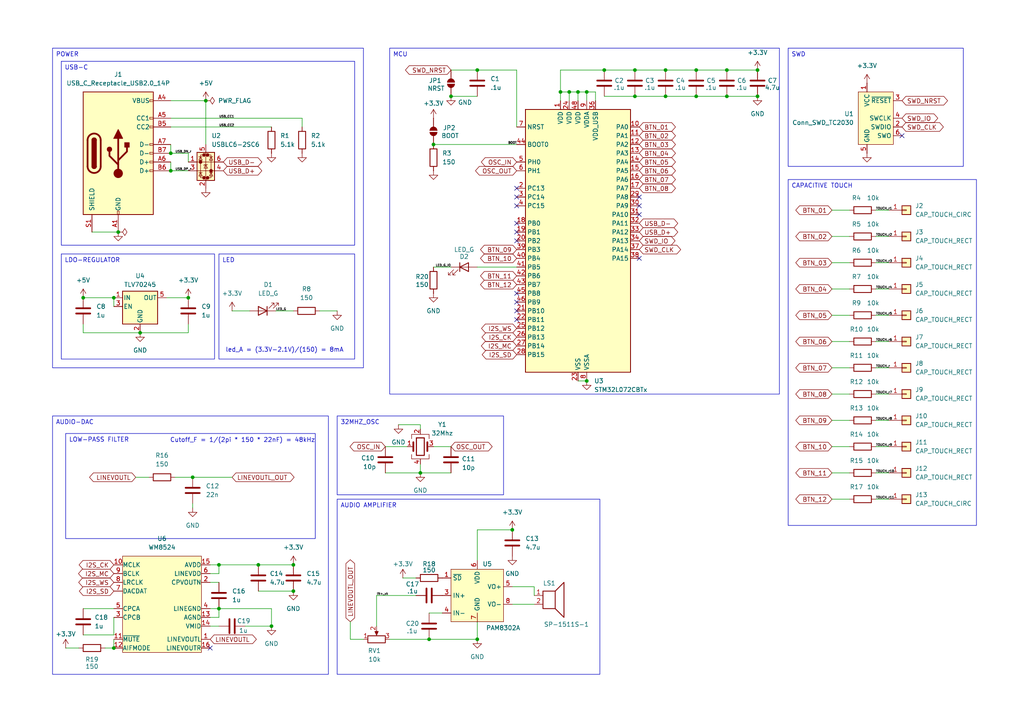
<source format=kicad_sch>
(kicad_sch (version 20250114) (generator "eeschema") (generator_version "9.0")
  (paper "A4")
  (title_block (title "${PROJECT_NAME}") (date "2025-09-01") (rev "${REVISION}"))
  (text "Cutoff_F = 1/(2pi * 150 * 22nF) = 48kHz" (at 70.358 127.762 0) (effects (font (size 1.27 1.27))))
  (text "led_A = (3.3V-2.1V)/(150) = 8mA" (at 82.55 101.6 0) (effects (font (size 1.27 1.27))))
  (text_box "AUDIO-DAC" (at 15.24 120.65 0) (size 80.01 74.93) (margins 0.9525 0.9525 0.9525 0.9525) (effects (font (size 1.27 1.27)) (justify left top)))
  (text_box "CAPACITIVE TOUCH" (at 228.6 52.07 0) (size 54.61 100.33) (margins 0.9525 0.9525 0.9525 0.9525) (effects (font (size 1.27 1.27)) (justify left top)))
  (text_box "LED" (at 63.5 73.66 0) (size 39.37 30.48) (margins 0.9525 0.9525 0.9525 0.9525) (effects (font (size 1.27 1.27)) (justify left top)))
  (text_box "SWD" (at 228.6 13.97 0) (size 50.8 34.29) (margins 0.9525 0.9525 0.9525 0.9525) (effects (font (size 1.27 1.27)) (justify left top)))
  (text_box "32MHZ_OSC" (at 97.79 120.65 0) (size 48.26 22.86) (margins 0.9525 0.9525 0.9525 0.9525) (effects (font (size 1.27 1.27)) (justify left top)))
  (text_box "AUDIO AMPLIFIER" (at 97.79 144.78 0) (size 76.2 50.8) (margins 0.9525 0.9525 0.9525 0.9525) (effects (font (size 1.27 1.27)) (justify left top)))
  (text_box "MCU" (at 113.03 13.97 0) (size 113.03 100.33) (margins 0.9525 0.9525 0.9525 0.9525) (effects (font (size 1.27 1.27)) (justify left top)))
  (text_box "LDO-REGULATOR\n\n" (at 17.78 73.66 0) (size 44.45 30.48) (margins 0.9525 0.9525 0.9525 0.9525) (effects (font (size 1.27 1.27)) (justify left top)))
  (text_box "POWER" (at 15.24 13.97 0) (size 90.17 92.71) (margins 0.9525 0.9525 0.9525 0.9525) (effects (font (size 1.27 1.27)) (justify left top)))
  (text_box "LOW-PASS FILTER" (at 19.05 125.73 0) (size 72.39 30.48) (margins 0.9525 0.9525 0.9525 0.9525) (effects (font (size 1.27 1.27)) (justify left top)))
  (text_box "USB-C" (at 17.78 17.78 0) (size 85.09 53.34) (margins 0.9525 0.9525 0.9525 0.9525) (effects (font (size 1.27 1.27)) (justify left top)))
  (junction (at 55.88 138.43))
  (junction (at 210.82 27.94))
  (junction (at 184.15 20.32))
  (junction (at 219.71 20.32))
  (junction (at 40.64 96.52))
  (junction (at 162.56 26.67))
  (junction (at 138.43 20.32))
  (junction (at 165.1 26.67))
  (junction (at 54.61 86.36))
  (junction (at 33.02 86.36))
  (junction (at 193.04 27.94))
  (junction (at 124.46 185.42))
  (junction (at 170.18 110.49))
  (junction (at 63.5 176.53))
  (junction (at 184.15 27.94))
  (junction (at 201.93 20.32))
  (junction (at 138.43 185.42))
  (junction (at 78.74 181.61))
  (junction (at 85.09 163.83))
  (junction (at 33.02 187.96))
  (junction (at 24.13 86.36))
  (junction (at 175.26 20.32))
  (junction (at 121.92 137.16))
  (junction (at 130.81 27.94))
  (junction (at 170.18 26.67))
  (junction (at 34.29 67.31))
  (junction (at 85.09 171.45))
  (junction (at 219.71 27.94))
  (junction (at 49.53 49.53))
  (junction (at 49.53 44.45))
  (junction (at 74.93 163.83))
  (junction (at 201.93 27.94))
  (junction (at 59.69 29.21))
  (junction (at 167.64 26.67))
  (junction (at 125.73 41.91))
  (junction (at 193.04 20.32))
  (junction (at 148.59 153.67))
  (junction (at 210.82 20.32))
  (junction (at 63.5 163.83))
  (no_connect (at 149.86 57.15))
  (no_connect (at 185.42 62.23))
  (no_connect (at 149.86 87.63))
  (no_connect (at 149.86 59.69))
  (no_connect (at 149.86 54.61))
  (no_connect (at 149.86 92.71))
  (no_connect (at 149.86 69.85))
  (no_connect (at 149.86 64.77))
  (no_connect (at 149.86 90.17))
  (no_connect (at 185.42 74.93))
  (no_connect (at 149.86 85.09))
  (no_connect (at 185.42 59.69))
  (no_connect (at 60.96 187.96))
  (no_connect (at 185.42 57.15))
  (no_connect (at 261.62 39.37))
  (no_connect (at 149.86 67.31))
  (wire (pts (xy 254 129.54) (xy 257.81 129.54)))
  (wire (pts (xy 48.26 86.36) (xy 54.61 86.36)))
  (wire (pts (xy 30.48 187.96) (xy 33.02 187.96)))
  (wire (pts (xy 138.43 185.42) (xy 124.46 185.42)))
  (wire (pts (xy 74.93 171.45) (xy 85.09 171.45)))
  (wire (pts (xy 124.46 185.42) (xy 113.03 185.42)))
  (wire (pts (xy 148.59 153.67) (xy 138.43 153.67)))
  (wire (pts (xy 172.72 26.67) (xy 170.18 26.67)))
  (wire (pts (xy 55.88 138.43) (xy 50.8 138.43)))
  (wire (pts (xy 193.04 27.94) (xy 201.93 27.94)))
  (wire (pts (xy 241.3 144.78) (xy 246.38 144.78)))
  (wire (pts (xy 111.76 129.54) (xy 118.11 129.54)))
  (wire (pts (xy 254 106.68) (xy 257.81 106.68)))
  (wire (pts (xy 54.61 44.45) (xy 49.53 44.45)))
  (wire (pts (xy 254 68.58) (xy 257.81 68.58)))
  (wire (pts (xy 60.96 163.83) (xy 63.5 163.83)))
  (wire (pts (xy 162.56 20.32) (xy 175.26 20.32)))
  (wire (pts (xy 167.64 110.49) (xy 170.18 110.49)))
  (wire (pts (xy 138.43 27.94) (xy 130.81 27.94)))
  (wire (pts (xy 63.5 163.83) (xy 74.93 163.83)))
  (wire (pts (xy 111.76 137.16) (xy 121.92 137.16)))
  (wire (pts (xy 241.3 137.16) (xy 246.38 137.16)))
  (wire (pts (xy 116.84 167.64) (xy 120.65 167.64)))
  (wire (pts (xy 33.02 86.36) (xy 33.02 88.9)))
  (wire (pts (xy 63.5 176.53) (xy 60.96 176.53)))
  (wire (pts (xy 24.13 96.52) (xy 24.13 93.98)))
  (wire (pts (xy 49.53 41.91) (xy 49.53 44.45)))
  (wire (pts (xy 148.59 175.26) (xy 154.94 175.26)))
  (wire (pts (xy 254 60.96) (xy 257.81 60.96)))
  (wire (pts (xy 125.73 129.54) (xy 130.81 129.54)))
  (wire (pts (xy 154.94 170.18) (xy 154.94 172.72)))
  (wire (pts (xy 241.3 76.2) (xy 246.38 76.2)))
  (wire (pts (xy 63.5 176.53) (xy 78.74 176.53)))
  (wire (pts (xy 241.3 106.68) (xy 246.38 106.68)))
  (wire (pts (xy 49.53 46.99) (xy 49.53 49.53)))
  (wire (pts (xy 184.15 27.94) (xy 193.04 27.94)))
  (wire (pts (xy 254 114.3) (xy 257.81 114.3)))
  (wire (pts (xy 109.22 172.72) (xy 109.22 181.61)))
  (wire (pts (xy 54.61 46.99) (xy 54.61 44.45)))
  (wire (pts (xy 125.73 77.47) (xy 130.81 77.47)))
  (wire (pts (xy 121.92 124.46) (xy 121.92 123.19)))
  (wire (pts (xy 170.18 26.67) (xy 170.18 29.21)))
  (wire (pts (xy 125.73 41.91) (xy 149.86 41.91)))
  (wire (pts (xy 67.31 138.43) (xy 55.88 138.43)))
  (wire (pts (xy 49.53 49.53) (xy 54.61 49.53)))
  (wire (pts (xy 241.3 68.58) (xy 246.38 68.58)))
  (wire (pts (xy 92.71 90.17) (xy 97.79 90.17)))
  (wire (pts (xy 49.53 34.29) (xy 87.63 34.29)))
  (wire (pts (xy 121.92 134.62) (xy 121.92 137.16)))
  (wire (pts (xy 254 99.06) (xy 257.81 99.06)))
  (wire (pts (xy 254 144.78) (xy 257.81 144.78)))
  (wire (pts (xy 241.3 99.06) (xy 246.38 99.06)))
  (wire (pts (xy 254 121.92) (xy 257.81 121.92)))
  (wire (pts (xy 55.88 146.05) (xy 55.88 147.32)))
  (wire (pts (xy 138.43 180.34) (xy 138.43 185.42)))
  (wire (pts (xy 162.56 20.32) (xy 162.56 26.67)))
  (wire (pts (xy 80.01 90.17) (xy 85.09 90.17)))
  (wire (pts (xy 149.86 36.83) (xy 149.86 20.32)))
  (wire (pts (xy 59.69 29.21) (xy 49.53 29.21)))
  (wire (pts (xy 19.05 187.96) (xy 22.86 187.96)))
  (wire (pts (xy 101.6 180.34) (xy 101.6 185.42)))
  (wire (pts (xy 175.26 20.32) (xy 184.15 20.32)))
  (wire (pts (xy 210.82 27.94) (xy 219.71 27.94)))
  (wire (pts (xy 54.61 96.52) (xy 40.64 96.52)))
  (wire (pts (xy 219.71 20.32) (xy 210.82 20.32)))
  (wire (pts (xy 175.26 27.94) (xy 184.15 27.94)))
  (wire (pts (xy 167.64 26.67) (xy 165.1 26.67)))
  (wire (pts (xy 121.92 123.19) (xy 115.57 123.19)))
  (wire (pts (xy 26.67 67.31) (xy 34.29 67.31)))
  (wire (pts (xy 130.81 20.32) (xy 138.43 20.32)))
  (wire (pts (xy 165.1 26.67) (xy 165.1 29.21)))
  (wire (pts (xy 138.43 153.67) (xy 138.43 162.56)))
  (wire (pts (xy 165.1 26.67) (xy 162.56 26.67)))
  (wire (pts (xy 167.64 26.67) (xy 167.64 29.21)))
  (wire (pts (xy 33.02 184.15) (xy 33.02 179.07)))
  (wire (pts (xy 60.96 179.07) (xy 63.5 179.07)))
  (wire (pts (xy 67.31 90.17) (xy 72.39 90.17)))
  (wire (pts (xy 101.6 185.42) (xy 105.41 185.42)))
  (wire (pts (xy 78.74 176.53) (xy 78.74 181.61)))
  (wire (pts (xy 138.43 77.47) (xy 149.86 77.47)))
  (wire (pts (xy 172.72 29.21) (xy 172.72 26.67)))
  (wire (pts (xy 254 91.44) (xy 257.81 91.44)))
  (wire (pts (xy 71.12 181.61) (xy 78.74 181.61)))
  (wire (pts (xy 87.63 34.29) (xy 87.63 36.83)))
  (wire (pts (xy 40.64 96.52) (xy 24.13 96.52)))
  (wire (pts (xy 63.5 168.91) (xy 60.96 168.91)))
  (wire (pts (xy 201.93 27.94) (xy 210.82 27.94)))
  (wire (pts (xy 63.5 181.61) (xy 60.96 181.61)))
  (wire (pts (xy 60.96 166.37) (xy 63.5 166.37)))
  (wire (pts (xy 254 137.16) (xy 257.81 137.16)))
  (wire (pts (xy 241.3 60.96) (xy 246.38 60.96)))
  (wire (pts (xy 170.18 26.67) (xy 167.64 26.67)))
  (wire (pts (xy 254 83.82) (xy 257.81 83.82)))
  (wire (pts (xy 121.92 137.16) (xy 130.81 137.16)))
  (wire (pts (xy 201.93 20.32) (xy 193.04 20.32)))
  (wire (pts (xy 24.13 176.53) (xy 33.02 176.53)))
  (wire (pts (xy 241.3 83.82) (xy 246.38 83.82)))
  (wire (pts (xy 241.3 129.54) (xy 246.38 129.54)))
  (wire (pts (xy 241.3 114.3) (xy 246.38 114.3)))
  (wire (pts (xy 49.53 36.83) (xy 78.74 36.83)))
  (wire (pts (xy 241.3 121.92) (xy 246.38 121.92)))
  (wire (pts (xy 24.13 86.36) (xy 33.02 86.36)))
  (wire (pts (xy 43.18 138.43) (xy 39.37 138.43)))
  (wire (pts (xy 162.56 26.67) (xy 162.56 29.21)))
  (wire (pts (xy 254 76.2) (xy 257.81 76.2)))
  (wire (pts (xy 210.82 20.32) (xy 201.93 20.32)))
  (wire (pts (xy 184.15 20.32) (xy 193.04 20.32)))
  (wire (pts (xy 241.3 91.44) (xy 246.38 91.44)))
  (wire (pts (xy 148.59 170.18) (xy 154.94 170.18)))
  (wire (pts (xy 33.02 185.42) (xy 33.02 187.96)))
  (wire (pts (xy 63.5 179.07) (xy 63.5 176.53)))
  (wire (pts (xy 74.93 163.83) (xy 85.09 163.83)))
  (wire (pts (xy 54.61 93.98) (xy 54.61 96.52)))
  (wire (pts (xy 124.46 177.8) (xy 128.27 177.8)))
  (wire (pts (xy 138.43 20.32) (xy 149.86 20.32)))
  (wire (pts (xy 120.65 172.72) (xy 109.22 172.72)))
  (wire (pts (xy 59.69 41.91) (xy 59.69 29.21)))
  (wire (pts (xy 24.13 184.15) (xy 33.02 184.15)))
  (wire (pts (xy 63.5 163.83) (xy 63.5 166.37)))
  (label "TOUCH_r11" (at 254 144.78 0) (effects (font (size 0.635 0.635))))
  (label "TOUCH_r8" (at 254 121.92 0) (effects (font (size 0.635 0.635))))
  (label "TOUCH_r2" (at 254 68.58 0) (effects (font (size 0.635 0.635))))
  (label "TOUCH_r6" (at 254 99.06 0) (effects (font (size 0.635 0.635))))
  (label "USB_DN_r" (at 50.8 44.45 0) (effects (font (size 0.635 0.635))))
  (label "TOUCH_r3" (at 254 76.2 0) (effects (font (size 0.635 0.635))))
  (label "USB_CC1" (at 63.5 34.29 0) (effects (font (size 0.635 0.635))))
  (label "TOUCH_r1" (at 254 60.96 0) (effects (font (size 0.635 0.635))))
  (label "TOUCH_r5" (at 254 91.44 0) (effects (font (size 0.635 0.635))))
  (label "LED_G_IO" (at 130.81 77.47 180) (effects (font (size 0.635 0.635))))
  (label "IN+_vk" (at 109.22 172.72 0) (effects (font (size 0.635 0.635))))
  (label "TOUCH_r10" (at 254 137.16 0) (effects (font (size 0.635 0.635))))
  (label "TOUCH_r" (at 254 106.68 0) (effects (font (size 0.635 0.635))))
  (label "USB_DP_r" (at 50.8 49.53 0) (effects (font (size 0.635 0.635))))
  (label "TOUCH_r4" (at 254 83.82 0) (effects (font (size 0.635 0.635))))
  (label "TOUCH_r9" (at 254 129.54 0) (effects (font (size 0.635 0.635))))
  (label "BOOT" (at 147.32 41.91 0) (effects (font (size 0.635 0.635))))
  (label "TOUCH_r7" (at 254 114.3 0) (effects (font (size 0.635 0.635))))
  (label "LED_G" (at 80.01 90.17 0) (effects (font (size 0.635 0.635))))
  (label "USB_CC2" (at 63.5 36.83 0) (effects (font (size 0.635 0.635))))
  (global_label "I2S_SD" (shape bidirectional) (at 149.86 102.87 180) (property "Intersheetrefs" "${INTERSHEET_REFS}" (effects (hide yes))))
  (global_label "I2S_MC" (shape bidirectional) (at 149.86 100.33 180) (property "Intersheetrefs" "${INTERSHEET_REFS}" (effects (hide yes))))
  (global_label "USB_D-" (shape bidirectional) (at 64.77 46.99 0) (property "Intersheetrefs" "${INTERSHEET_REFS}" (effects (hide yes))))
  (global_label "SWD_IO" (shape bidirectional) (at 185.42 69.85 0) (property "Intersheetrefs" "${INTERSHEET_REFS}" (effects (hide yes))))
  (global_label "BTN_11" (shape bidirectional) (at 241.3 137.16 180) (property "Intersheetrefs" "${INTERSHEET_REFS}" (effects (hide yes))))
  (global_label "BTN_06" (shape bidirectional) (at 241.3 99.06 180) (property "Intersheetrefs" "${INTERSHEET_REFS}" (effects (hide yes))))
  (global_label "BTN_05" (shape bidirectional) (at 185.42 46.99 0) (property "Intersheetrefs" "${INTERSHEET_REFS}" (effects (hide yes))))
  (global_label "BTN_06" (shape bidirectional) (at 185.42 49.53 0) (property "Intersheetrefs" "${INTERSHEET_REFS}" (effects (hide yes))))
  (global_label "LINEVOUTL" (shape bidirectional) (at 60.96 185.42 0) (property "Intersheetrefs" "${INTERSHEET_REFS}" (effects (hide yes))))
  (global_label "I2S_CK" (shape bidirectional) (at 149.86 97.79 180) (property "Intersheetrefs" "${INTERSHEET_REFS}" (effects (hide yes))))
  (global_label "OSC_OUT" (shape bidirectional) (at 149.86 49.53 180) (property "Intersheetrefs" "${INTERSHEET_REFS}" (effects (hide yes))))
  (global_label "BTN_07" (shape bidirectional) (at 185.42 52.07 0) (property "Intersheetrefs" "${INTERSHEET_REFS}" (effects (hide yes))))
  (global_label "BTN_03" (shape bidirectional) (at 185.42 41.91 0) (property "Intersheetrefs" "${INTERSHEET_REFS}" (effects (hide yes))))
  (global_label "BTN_02" (shape bidirectional) (at 241.3 68.58 180) (property "Intersheetrefs" "${INTERSHEET_REFS}" (effects (hide yes))))
  (global_label "USB_D+" (shape bidirectional) (at 185.42 67.31 0) (property "Intersheetrefs" "${INTERSHEET_REFS}" (effects (hide yes))))
  (global_label "SWD_IO" (shape bidirectional) (at 261.62 34.29 0) (property "Intersheetrefs" "${INTERSHEET_REFS}" (effects (hide yes))))
  (global_label "LINEVOUTL_OUT" (shape bidirectional) (at 67.31 138.43 0) (property "Intersheetrefs" "${INTERSHEET_REFS}" (effects (hide yes))))
  (global_label "BTN_12" (shape bidirectional) (at 149.86 82.55 180) (property "Intersheetrefs" "${INTERSHEET_REFS}" (effects (hide yes))))
  (global_label "BTN_05" (shape bidirectional) (at 241.3 91.44 180) (property "Intersheetrefs" "${INTERSHEET_REFS}" (effects (hide yes))))
  (global_label "BTN_12" (shape bidirectional) (at 241.3 144.78 180) (property "Intersheetrefs" "${INTERSHEET_REFS}" (effects (hide yes))))
  (global_label "I2S_WS" (shape bidirectional) (at 149.86 95.25 180) (property "Intersheetrefs" "${INTERSHEET_REFS}" (effects (hide yes))))
  (global_label "I2S_SD" (shape bidirectional) (at 33.02 171.45 180) (property "Intersheetrefs" "${INTERSHEET_REFS}" (effects (hide yes))))
  (global_label "OSC_IN" (shape bidirectional) (at 111.76 129.54 180) (property "Intersheetrefs" "${INTERSHEET_REFS}" (effects (hide yes))))
  (global_label "BTN_04" (shape bidirectional) (at 185.42 44.45 0) (property "Intersheetrefs" "${INTERSHEET_REFS}" (effects (hide yes))))
  (global_label "OSC_OUT" (shape bidirectional) (at 130.81 129.54 0) (property "Intersheetrefs" "${INTERSHEET_REFS}" (effects (hide yes))))
  (global_label "USB_D+" (shape bidirectional) (at 64.77 49.53 0) (property "Intersheetrefs" "${INTERSHEET_REFS}" (effects (hide yes))))
  (global_label "BTN_03" (shape bidirectional) (at 241.3 76.2 180) (property "Intersheetrefs" "${INTERSHEET_REFS}" (effects (hide yes))))
  (global_label "BTN_10" (shape bidirectional) (at 149.86 74.93 180) (property "Intersheetrefs" "${INTERSHEET_REFS}" (effects (hide yes))))
  (global_label "SWD_NRST" (shape bidirectional) (at 130.81 20.32 180) (property "Intersheetrefs" "${INTERSHEET_REFS}" (effects (hide yes))))
  (global_label "BTN_10" (shape bidirectional) (at 241.3 129.54 180) (property "Intersheetrefs" "${INTERSHEET_REFS}" (effects (hide yes))))
  (global_label "USB_D-" (shape bidirectional) (at 185.42 64.77 0) (property "Intersheetrefs" "${INTERSHEET_REFS}" (effects (hide yes))))
  (global_label "BTN_04" (shape bidirectional) (at 241.3 83.82 180) (property "Intersheetrefs" "${INTERSHEET_REFS}" (effects (hide yes))))
  (global_label "LINEVOUTL_OUT" (shape bidirectional) (at 101.6 180.34 90) (property "Intersheetrefs" "${INTERSHEET_REFS}" (effects (hide yes))))
  (global_label "BTN_08" (shape bidirectional) (at 241.3 114.3 180) (property "Intersheetrefs" "${INTERSHEET_REFS}" (effects (hide yes))))
  (global_label "OSC_IN" (shape bidirectional) (at 149.86 46.99 180) (property "Intersheetrefs" "${INTERSHEET_REFS}" (effects (hide yes))))
  (global_label "I2S_WS" (shape bidirectional) (at 33.02 168.91 180) (property "Intersheetrefs" "${INTERSHEET_REFS}" (effects (hide yes))))
  (global_label "BTN_07" (shape bidirectional) (at 241.3 106.68 180) (property "Intersheetrefs" "${INTERSHEET_REFS}" (effects (hide yes))))
  (global_label "BTN_08" (shape bidirectional) (at 185.42 54.61 0) (property "Intersheetrefs" "${INTERSHEET_REFS}" (effects (hide yes))))
  (global_label "BTN_09" (shape bidirectional) (at 149.86 72.39 180) (property "Intersheetrefs" "${INTERSHEET_REFS}" (effects (hide yes))))
  (global_label "SWD_NRST" (shape bidirectional) (at 261.62 29.21 0) (property "Intersheetrefs" "${INTERSHEET_REFS}" (effects (hide yes))))
  (global_label "BTN_01" (shape bidirectional) (at 241.3 60.96 180) (property "Intersheetrefs" "${INTERSHEET_REFS}" (effects (hide yes))))
  (global_label "I2S_MC" (shape bidirectional) (at 33.02 166.37 180) (property "Intersheetrefs" "${INTERSHEET_REFS}" (effects (hide yes))))
  (global_label "BTN_02" (shape bidirectional) (at 185.42 39.37 0) (property "Intersheetrefs" "${INTERSHEET_REFS}" (effects (hide yes))))
  (global_label "BTN_01" (shape bidirectional) (at 185.42 36.83 0) (property "Intersheetrefs" "${INTERSHEET_REFS}" (effects (hide yes))))
  (global_label "SWD_CLK" (shape bidirectional) (at 261.62 36.83 0) (property "Intersheetrefs" "${INTERSHEET_REFS}" (effects (hide yes))))
  (global_label "I2S_CK" (shape bidirectional) (at 33.02 163.83 180) (property "Intersheetrefs" "${INTERSHEET_REFS}" (effects (hide yes))))
  (global_label "BTN_09" (shape bidirectional) (at 241.3 121.92 180) (property "Intersheetrefs" "${INTERSHEET_REFS}" (effects (hide yes))))
  (global_label "SWD_CLK" (shape bidirectional) (at 185.42 72.39 0) (property "Intersheetrefs" "${INTERSHEET_REFS}" (effects (hide yes))))
  (global_label "LINEVOUTL" (shape bidirectional) (at 39.37 138.43 180) (property "Intersheetrefs" "${INTERSHEET_REFS}" (effects (hide yes))))
  (global_label "BTN_11" (shape bidirectional) (at 149.86 80.01 180) (property "Intersheetrefs" "${INTERSHEET_REFS}" (effects (hide yes))))
  (symbol (lib_id "Device:C") (at 175.26 24.13 180) (unit 1)
    (property "Reference" "C2" (at 179.578 23.368 0))
    (property "Value" ".1u" (at 179.578 25.4 0))
    (property "Footprint" "0_capacitor_smd:C_0201_0603Metric" (effects (hide yes)))
    (property "Description" "Unpolarized capacitor" (effects (hide yes)))
    (property "Distributor Link" "https://www.digikey.com/en/products/detail/murata-electronics/GRM033C71C104KE14D/5027472" (effects (hide yes)))
    (property "MPN" "GRM033C71C104KE14D" (effects (hide yes)))
    (property "Manufacturer" "Murata Electronics" (effects (hide yes)))
  )
  (symbol (lib_id "Device:C") (at 219.71 24.13 180) (unit 1)
    (property "Reference" "C7" (at 224.028 23.368 0))
    (property "Value" "4.7u" (at 224.028 25.4 0))
    (property "Footprint" "0_capacitor_smd:C_0201_0603Metric" (effects (hide yes)))
    (property "Description" "Unpolarized capacitor" (effects (hide yes)))
    (property "Distributor Link" "https://www.digikey.com/en/products/detail/murata-electronics/GRM035R60J475ME15D/5877393" (effects (hide yes)))
    (property "MPN" "GRM035R60J475ME15D" (effects (hide yes)))
    (property "Manufacturer" "Murata Electronics" (effects (hide yes)))
  )
  (symbol (lib_id "power:GND") (at 34.29 67.31 0) (unit 1)
    (property "Reference" "#PWR012" (effects (hide yes)))
    (property "Value" "GND" (effects (hide yes)))
    (property "Description" "Power symbol creates a global label with name \"GND\" , ground" (effects (hide yes)))
  )
  (symbol (lib_id "power:GND") (at 85.09 171.45 0) (unit 1)
    (property "Reference" "#PWR026" (effects (hide yes)))
    (property "Value" "GND" (at 85.09 176.53 0))
    (property "Description" "Power symbol creates a global label with name \"GND\" , ground" (effects (hide yes)))
  )
  (symbol (lib_id "Device:R") (at 88.9 90.17 270) (unit 1)
    (property "Reference" "R8" (at 88.9 83.82 90))
    (property "Value" "150" (at 88.9 86.36 90))
    (property "Footprint" "0_resistor_smd:R_0201_0603Metric" (effects (hide yes)))
    (property "Description" "Resistor" (effects (hide yes)))
    (property "Distributor Link" "https://www.digikey.com/en/products/detail/yageo/RC0201FR-07150RL/3202385" (effects (hide yes)))
    (property "MPN" "RC0201FR-07150RL" (effects (hide yes)))
    (property "Manufacturer" "YAGEO" (effects (hide yes)))
  )
  (symbol (lib_id "Device:R") (at 250.19 144.78 90) (unit 1)
    (property "Reference" "R17" (at 248.412 141.224 90))
    (property "Value" "10k" (at 253.238 141.224 90))
    (property "Footprint" "0_resistor_smd:R_0201_0603Metric" (effects (hide yes)))
    (property "Description" "Resistor" (effects (hide yes)))
    (property "Distributor Link" "https://www.digikey.com/en/products/detail/yageo/RC0201FR-0710KL/1948870" (effects (hide yes)))
    (property "MPN" "RC0201FR-0710KL" (effects (hide yes)))
    (property "Manufacturer" "YAGEO" (effects (hide yes)))
  )
  (symbol (lib_id "power:PWR_FLAG") (at 59.69 29.21 270) (unit 1)
    (property "Reference" "#FLG01" (effects (hide yes)))
    (property "Value" "PWR_FLAG" (at 63.246 29.21 90) (effects (justify left)))
    (property "Description" "Special symbol for telling ERC where power comes from" (effects (hide yes)))
  )
  (symbol (lib_id "Device:C") (at 148.59 157.48 0) (unit 1)
    (property "Reference" "C13" (at 152.4 156.2099 0) (effects (justify left)))
    (property "Value" "4.7u" (at 152.4 158.7499 0) (effects (justify left)))
    (property "Footprint" "0_capacitor_smd:C_0201_0603Metric" (effects (hide yes)))
    (property "Description" "Unpolarized capacitor" (effects (hide yes)))
    (property "Distributor Link" "https://www.digikey.com/en/products/detail/murata-electronics/GRM035R60J475ME15D/5877393" (effects (hide yes)))
    (property "MPN" "GRM035R60J475ME15D" (effects (hide yes)))
    (property "Manufacturer" "Murata Electronics" (effects (hide yes)))
  )
  (symbol (lib_id "power:GND") (at 55.88 147.32 0) (unit 1)
    (property "Reference" "#PWR021" (effects (hide yes)))
    (property "Value" "GND" (at 55.88 152.4 0))
    (property "Description" "Power symbol creates a global label with name \"GND\" , ground" (effects (hide yes)))
  )
  (symbol (lib_id "Device:R") (at 250.19 137.16 90) (unit 1)
    (property "Reference" "R15" (at 248.412 133.604 90))
    (property "Value" "10k" (at 253.238 133.604 90))
    (property "Footprint" "0_resistor_smd:R_0201_0603Metric" (effects (hide yes)))
    (property "Description" "Resistor" (effects (hide yes)))
    (property "Distributor Link" "https://www.digikey.com/en/products/detail/yageo/RC0201FR-0710KL/1948870" (effects (hide yes)))
    (property "MPN" "RC0201FR-0710KL" (effects (hide yes)))
    (property "Manufacturer" "YAGEO" (effects (hide yes)))
  )
  (symbol (lib_id "Device:R") (at 87.63 40.64 0) (unit 1)
    (property "Reference" "R2" (at 90.17 39.3699 0) (effects (justify left)))
    (property "Value" "5.1k" (at 90.17 41.9099 0) (effects (justify left)))
    (property "Footprint" "0_resistor_smd:R_0201_0603Metric" (effects (hide yes)))
    (property "Description" "Resistor" (effects (hide yes)))
    (property "Manufacturer" "YAGEO" (effects (hide yes)))
    (property "Distributor Link" "https://www.digikey.com/en/products/detail/yageo/RC0201FR-075K1L/5280601" (effects (hide yes)))
    (property "MPN" "RC0201FR-075K1L" (effects (hide yes)))
  )
  (symbol (lib_id "0_amplifier_audio:PAM8302A") (at 138.43 172.72 0) (unit 1)
    (property "Reference" "U5" (at 139.954 163.576 0) (effects (justify left)))
    (property "Value" "PAM8302A" (at 140.97 182.118 0) (effects (justify left)))
    (property "Footprint" "0_package_so:MSOP-8_3.0x3.0mm" (effects (hide yes)))
    (property "Datasheet" "https://www.diodes.com/assets/Datasheets/PAM8302A.pdf" (effects (hide yes)))
    (property "Description" "2.5W mono Class-D amp, 4Ω @5V 10% THD, 88% eff, VDD 2–5.5V, SCP/OTP" (effects (hide yes)))
    (property "Distributor Link" "https://www.digikey.com/en/products/detail/diodes-incorporated/PAM8302AASCR/4033281" (effects (hide yes)))
    (property "Manufacturer" "Diodes Incorporated" (effects (hide yes)))
    (property "MPN" "PAM8302AASCR" (effects (hide yes)))
    (property "PACKAGE" "MSOP8" (effects (hide yes)))
  )
  (symbol (lib_id "0_dac:WM8524") (at 46.99 175.26 0) (unit 1)
    (property "Reference" "U6" (at 46.99 156.21 0))
    (property "Value" "WM8524" (at 46.99 158.75 0))
    (property "Footprint" "0_package_so:TSSOP-16_5.0x4.4mm" (effects (hide yes)))
    (property "Datasheet" "https://d3uzseaevmutz1.cloudfront.net/pubs/proDatasheet/WM8524_v4.1.pdf" (effects (hide yes)))
    (property "Description" "24-bit stereo DAC, 192kHz, 2Vrms out, SNR 106dB, THD -89dB, Mute 120dB, DC offset ±1mV" (effects (hide yes)))
    (property "Distributor Link" "https://www.digikey.com/en/products/detail/cirrus-logic-inc/WM8524CGEDT-R/5036730" (effects (hide yes)))
    (property "Manufacturer" "Cirrus Logic Inc." (effects (hide yes)))
    (property "MPN" "WM8524CGEDT/R" (effects (hide yes)))
    (property "PACKAGE" "TSSOP16" (effects (hide yes)))
  )
  (symbol (lib_id "power:PWR_FLAG") (at 34.29 67.31 270) (unit 1)
    (property "Reference" "#FLG02" (effects (hide yes)))
    (property "Value" "PWR_FLAG" (effects (hide yes)))
    (property "Description" "Special symbol for telling ERC where power comes from" (effects (hide yes)))
  )
  (symbol (lib_id "power:GND") (at 170.18 110.49 0) (unit 1)
    (property "Reference" "#PWR018" (effects (hide yes)))
    (property "Value" "GND" (effects (hide yes)))
    (property "Description" "Power symbol creates a global label with name \"GND\" , ground" (effects (hide yes)))
  )
  (symbol (lib_id "Device:R") (at 250.19 114.3 90) (unit 1)
    (property "Reference" "R12" (at 248.412 110.744 90))
    (property "Value" "10k" (at 253.238 110.744 90))
    (property "Footprint" "0_resistor_smd:R_0201_0603Metric" (effects (hide yes)))
    (property "Description" "Resistor" (effects (hide yes)))
    (property "Distributor Link" "https://www.digikey.com/en/products/detail/yageo/RC0201FR-0710KL/1948870" (effects (hide yes)))
    (property "MPN" "RC0201FR-0710KL" (effects (hide yes)))
    (property "Manufacturer" "YAGEO" (effects (hide yes)))
  )
  (symbol (lib_id "Device:C") (at 24.13 180.34 0) (unit 1)
    (property "Reference" "C18" (at 27.432 179.07 0) (effects (justify left)))
    (property "Value" "1u" (at 27.432 181.61 0) (effects (justify left)))
    (property "Footprint" "0_capacitor_smd:C_0201_0603Metric" (effects (hide yes)))
    (property "Description" "Unpolarized capacitor" (effects (hide yes)))
    (property "Distributor Link" "https://www.digikey.com/en/products/detail/murata-electronics/GRM033R61C105ME15D/10326307" (effects (hide yes)))
    (property "MPN" "GRM033R61C105ME15D" (effects (hide yes)))
    (property "Manufacturer" "Murata Electronics" (effects (hide yes)))
  )
  (symbol (lib_id "power:+3.3V") (at 19.05 187.96 0) (unit 1)
    (property "Reference" "#PWR029" (effects (hide yes)))
    (property "Value" "+3.3V" (at 19.05 183.896 0))
    (property "Description" "Power symbol creates a global label with name \"+3.3V\"" (effects (hide yes)))
  )
  (symbol (lib_id "0_connector:Conn_SWD_TC2030") (at 254 34.29 0) (unit 1) (in_bom no)
    (property "Reference" "U1" (at 247.65 33.0199 0) (effects (justify right)))
    (property "Value" "Conn_SWD_TC2030" (at 247.65 35.5599 0) (effects (justify right)))
    (property "Footprint" "0_connectors:Conn_SWD_TC2030" (effects (hide yes)))
    (property "Description" "SWD Through Hole Connector" (effects (hide yes)))
  )
  (symbol (lib_id "Device:C") (at 130.81 133.35 0) (unit 1)
    (property "Reference" "C11" (at 135.89 133.096 0))
    (property "Value" "10p" (at 135.89 135.636 0))
    (property "Footprint" "0_capacitor_smd:C_0201_0603Metric" (effects (hide yes)))
    (property "Description" "Unpolarized capacitor" (effects (hide yes)))
    (property "Distributor Link" "https://www.digikey.com/en/products/detail/murata-electronics/GRM0335C1E100JA01D/4358173" (effects (hide yes)))
    (property "MPN" "GRM0335C1E100JA01D" (effects (hide yes)))
    (property "Manufacturer" "Murata Electronics" (effects (hide yes)))
  )
  (symbol (lib_id "0_power_protection:USBLC6-2SC6") (at 59.69 48.26 0) (unit 1)
    (property "Reference" "U2" (at 61.3411 39.37 0) (effects (justify left)))
    (property "Value" "USBLC6-2SC6" (at 61.3411 41.91 0) (effects (justify left)))
    (property "Footprint" "0_package_sot_smd:SOT-23-6" (effects (hide yes)))
    (property "Datasheet" "https://www.st.com/content/ccc/resource/technical/document/datasheet/06/1d/48/9c/6c/20/4a/b2/CD00050750.pdf/files/CD00050750.pdf/jcr:content/translations/en.CD00050750.pdf" (effects (hide yes)))
    (property "Description" "ESD protection array, 2 channels, ±15 kV IEC61000-4-2, low capacitance (3.5 pF typ), 5 V working voltage, SOT-23-6." (effects (hide yes)))
    (property "Distributor Link" "https://www.digikey.com/en/products/detail/stmicroelectronics/USBLC6-2SC6/1040559" (effects (hide yes)))
    (property "Manufacturer" "STMicroelectronics" (effects (hide yes)))
    (property "MPN" "USBLC6-2SC6" (effects (hide yes)))
    (property "PACKAGE" "SOT-23-6 " (effects (hide yes)))
  )
  (symbol (lib_id "Device:Speaker") (at 160.02 172.72 0) (unit 1)
    (property "Reference" "LS1" (at 157.48 169.164 0) (effects (justify left)))
    (property "Value" "SP-1511S-1" (at 157.734 181.102 0) (effects (justify left)))
    (property "Footprint" "0_speaker:SP-1511S-1" (effects (hide yes)))
    (property "Datasheet" "https://www.soberton.com/wp-content/uploads/2018/07/SP-1511S-1-28-June-2018.pdf" (effects (hide yes)))
    (property "Description" "Speaker" (effects (hide yes)))
    (property "Distributor Link" "https://www.digikey.com/en/products/detail/soberton-inc/SP-1511S-1/6099099?s=N4IgTCBcDaIMoAUC0BGArCldUgLoF8g" (effects (hide yes)))
    (property "Manufacturer" "Soberton Inc." (effects (hide yes)))
    (property "MPN" "SP-1511S-1" (effects (hide yes)))
  )
  (symbol (lib_id "power:+3.3V") (at 116.84 167.64 0) (unit 1)
    (property "Reference" "#PWR025" (effects (hide yes)))
    (property "Value" "+3.3V" (at 116.84 163.576 0))
    (property "Description" "Power symbol creates a global label with name \"+3.3V\"" (effects (hide yes)))
  )
  (symbol (lib_id "0_mcu:STM32L072CBTx") (at 167.64 69.85 0) (unit 1)
    (property "Reference" "U3" (at 172.3233 110.49 0) (effects (justify left)))
    (property "Value" "STM32L072CBTx" (at 172.3233 113.03 0) (effects (justify left)))
    (property "Footprint" "0_package_qfp:LQFP-48_7.0x7.0mm_.22mm" (effects (hide yes)))
    (property "Datasheet" "https://www.st.com/resource/en/datasheet/stm32l072cb.pdf" (effects (hide yes)))
    (property "Description" "STMicroelectronics Arm Cortex-M0+ MCU, 128KB flash, 20KB RAM, 32 MHz, 1.65-3.6V, 37 GPIO, LQFP48" (effects (hide yes)))
    (property "Distributor Link" "https://www.digikey.com/en/products/detail/stmicroelectronics/STM32L072CBT6/6166996" (effects (hide yes)))
    (property "Manufacturer" "STMicroelectronics" (effects (hide yes)))
    (property "MPN" "STM32L072CBT6" (effects (hide yes)))
    (property "PACKAGE" "LQFP-48_7.0x7.0mm" (effects (hide yes)))
  )
  (symbol (lib_id "0_connector:Conn_01x01") (at 262.89 91.44 0) (unit 1) (in_bom no)
    (property "Reference" "J6" (at 265.43 90.1699 0) (effects (justify left)))
    (property "Value" "CAP_TOUCH_RECT" (at 265.43 92.7099 0) (effects (justify left)))
    (property "Footprint" "0_connectors:Conn_RECT" (effects (hide yes)))
    (property "Description" "Generic connector, single row, 01x01" (effects (hide yes)))
  )
  (symbol (lib_id "0_linear_regulator:TLV70245") (at 40.64 88.9 0) (unit 1)
    (property "Reference" "U4" (at 40.64 80.01 0))
    (property "Value" "TLV70245" (at 40.64 82.55 0))
    (property "Footprint" "0_package_sot_smd:SOT-23-5" (effects (hide yes)))
    (property "Datasheet" "http://www.ti.com/lit/ds/symlink/tlv702.pdf" (effects (hide yes)))
    (property "Description" "300mA Low Dropout Voltage Regulator, Fixed Output 4.5V, SOT-23-5" (effects (hide yes)))
    (property "Distributor Link" "https://www.digikey.com/en/products/detail/texas-instruments/TLV7021DBVR/10434670" (effects (hide yes)))
    (property "Manufacturer" "Texas Instruments" (effects (hide yes)))
    (property "MPN" "TLV7021DBVR" (effects (hide yes)))
    (property "PACKAGE" "SOT23-5" (effects (hide yes)))
  )
  (symbol (lib_id "Device:C") (at 210.82 24.13 180) (unit 1)
    (property "Reference" "C6" (at 215.138 23.368 0))
    (property "Value" ".1u" (at 215.138 25.4 0))
    (property "Footprint" "0_capacitor_smd:C_0201_0603Metric" (effects (hide yes)))
    (property "Description" "Unpolarized capacitor" (effects (hide yes)))
    (property "Distributor Link" "https://www.digikey.com/en/products/detail/murata-electronics/GRM033C71C104KE14D/5027472" (effects (hide yes)))
    (property "MPN" "GRM033C71C104KE14D" (effects (hide yes)))
    (property "Manufacturer" "Murata Electronics" (effects (hide yes)))
  )
  (symbol (lib_id "power:GND") (at 130.81 27.94 0) (unit 1)
    (property "Reference" "#PWR03" (effects (hide yes)))
    (property "Value" "GND" (at 134.874 29.718 0))
    (property "Description" "Power symbol creates a global label with name \"GND\" , ground" (effects (hide yes)))
  )
  (symbol (lib_id "Device:R") (at 250.19 129.54 90) (unit 1)
    (property "Reference" "R14" (at 248.412 125.984 90))
    (property "Value" "10k" (at 253.238 125.984 90))
    (property "Footprint" "0_resistor_smd:R_0201_0603Metric" (effects (hide yes)))
    (property "Description" "Resistor" (effects (hide yes)))
    (property "Distributor Link" "https://www.digikey.com/en/products/detail/yageo/RC0201FR-0710KL/1948870" (effects (hide yes)))
    (property "MPN" "RC0201FR-0710KL" (effects (hide yes)))
    (property "Manufacturer" "YAGEO" (effects (hide yes)))
  )
  (symbol (lib_id "Device:R") (at 250.19 83.82 90) (unit 1)
    (property "Reference" "R7" (at 248.412 80.264 90))
    (property "Value" "10k" (at 253.238 80.264 90))
    (property "Footprint" "0_resistor_smd:R_0201_0603Metric" (effects (hide yes)))
    (property "Description" "Resistor" (effects (hide yes)))
    (property "Distributor Link" "https://www.digikey.com/en/products/detail/yageo/RC0201FR-0710KL/1948870" (effects (hide yes)))
    (property "MPN" "RC0201FR-0710KL" (effects (hide yes)))
    (property "Manufacturer" "YAGEO" (effects (hide yes)))
  )
  (symbol (lib_id "power:+3.3V") (at 67.31 90.17 0) (unit 1)
    (property "Reference" "#PWR015" (effects (hide yes)))
    (property "Value" "+3.3V" (at 67.31 85.09 0))
    (property "Description" "Power symbol creates a global label with name \"+3.3V\"" (effects (hide yes)))
  )
  (symbol (lib_id "power:+5V") (at 59.69 29.21 0) (unit 1)
    (property "Reference" "#PWR05" (effects (hide yes)))
    (property "Value" "+5V" (at 59.69 24.13 0))
    (property "Description" "Power symbol creates a global label with name \"+5V\"" (effects (hide yes)))
  )
  (symbol (lib_id "power:GND") (at 121.92 137.16 0) (unit 1)
    (property "Reference" "#PWR020" (effects (hide yes)))
    (property "Value" "GND" (at 121.92 142.24 0))
    (property "Description" "Power symbol creates a global label with name \"GND\" , ground" (effects (hide yes)))
  )
  (symbol (lib_id "Device:R") (at 26.67 187.96 90) (unit 1)
    (property "Reference" "R19" (at 26.67 191.262 90))
    (property "Value" "150" (at 26.67 193.294 90))
    (property "Footprint" "0_resistor_smd:R_0201_0603Metric" (effects (hide yes)))
    (property "Description" "Resistor" (effects (hide yes)))
    (property "Distributor Link" "https://www.digikey.com/en/products/detail/yageo/RC0201FR-07150RL/3202385" (effects (hide yes)))
    (property "MPN" "RC0201FR-07150RL" (effects (hide yes)))
    (property "Manufacturer" "YAGEO" (effects (hide yes)))
  )
  (symbol (lib_id "Device:C") (at 55.88 142.24 0) (unit 1)
    (property "Reference" "C12" (at 59.69 140.9699 0) (effects (justify left)))
    (property "Value" "22n" (at 59.69 143.5099 0) (effects (justify left)))
    (property "Footprint" "0_capacitor_smd:C_0201_0603Metric" (effects (hide yes)))
    (property "Description" "Unpolarized capacitor" (effects (hide yes)))
    (property "Distributor Link" "https://www.digikey.com/en/products/detail/murata-electronics/GRM033R61C223KE84D/4213199" (effects (hide yes)))
    (property "MPN" "GRM033R61C223KE84D" (effects (hide yes)))
    (property "Manufacturer" "Murata Electronics" (effects (hide yes)))
  )
  (symbol (lib_id "power:GND") (at 125.73 85.09 0) (unit 1)
    (property "Reference" "#PWR030" (effects (hide yes)))
    (property "Value" "GND" (at 125.73 90.17 0))
    (property "Description" "Power symbol creates a global label with name \"GND\" , ground" (effects (hide yes)))
  )
  (symbol (lib_id "Device:C") (at 74.93 167.64 0) (unit 1)
    (property "Reference" "C14" (at 78.232 166.37 0) (effects (justify left)))
    (property "Value" "4.7u" (at 78.232 168.91 0) (effects (justify left)))
    (property "Footprint" "0_capacitor_smd:C_0201_0603Metric" (effects (hide yes)))
    (property "Description" "Unpolarized capacitor" (effects (hide yes)))
    (property "Distributor Link" "https://www.digikey.com/en/products/detail/murata-electronics/GRM035R60J475ME15D/5877393" (effects (hide yes)))
    (property "MPN" "GRM035R60J475ME15D" (effects (hide yes)))
    (property "Manufacturer" "Murata Electronics" (effects (hide yes)))
  )
  (symbol (lib_id "0_connector:Conn_01x01") (at 262.89 137.16 0) (unit 1) (in_bom no)
    (property "Reference" "J12" (at 265.43 135.8899 0) (effects (justify left)))
    (property "Value" "CAP_TOUCH_RECT" (at 265.43 138.4299 0) (effects (justify left)))
    (property "Footprint" "0_connectors:Conn_RECT" (effects (hide yes)))
    (property "Description" "Generic connector, single row, 01x01" (effects (hide yes)))
  )
  (symbol (lib_id "Device:C") (at 111.76 133.35 0) (unit 1)
    (property "Reference" "C10" (at 106.68 132.842 0))
    (property "Value" "10p" (at 107.188 135.382 0))
    (property "Footprint" "0_capacitor_smd:C_0201_0603Metric" (effects (hide yes)))
    (property "Description" "Unpolarized capacitor" (effects (hide yes)))
    (property "Distributor Link" "https://www.digikey.com/en/products/detail/murata-electronics/GRM0335C1E100JA01D/4358173" (effects (hide yes)))
    (property "MPN" "GRM0335C1E100JA01D" (effects (hide yes)))
    (property "Manufacturer" "Murata Electronics" (effects (hide yes)))
  )
  (symbol (lib_id "Device:R_Potentiometer") (at 109.22 185.42 90) (unit 1)
    (property "Reference" "RV1" (at 110.49 188.722 90) (effects (justify left)))
    (property "Value" "10k" (at 110.49 191.262 90) (effects (justify left)))
    (property "Footprint" "0_potentiometer_smd:TC33X-2-103E" (effects (hide yes)))
    (property "Datasheet" "https://www.bourns.com/docs/Product-Datasheets/TC33.pdf" (effects (hide yes)))
    (property "Description" "Potentiometer" (effects (hide yes)))
    (property "Distributor Link" "https://www.digikey.com/en/products/detail/bourns-inc/TC33X-2-103E/612858?s=N4IgTCBcDaICoGEDMSAaBaM6CMAGJAoiALoC%2BQA" (effects (hide yes)))
    (property "Manufacturer" "Bourns Inc." (effects (hide yes)))
    (property "MPN" "TC33X-2-103E" (effects (hide yes)))
  )
  (symbol (lib_id "Device:C") (at 201.93 24.13 180) (unit 1)
    (property "Reference" "C5" (at 206.248 23.368 0))
    (property "Value" ".1u" (at 206.248 25.4 0))
    (property "Footprint" "0_capacitor_smd:C_0201_0603Metric" (effects (hide yes)))
    (property "Description" "Unpolarized capacitor" (effects (hide yes)))
    (property "Distributor Link" "https://www.digikey.com/en/products/detail/murata-electronics/GRM033C71C104KE14D/5027472" (effects (hide yes)))
    (property "MPN" "GRM033C71C104KE14D" (effects (hide yes)))
    (property "Manufacturer" "Murata Electronics" (effects (hide yes)))
  )
  (symbol (lib_id "power:GND") (at 219.71 27.94 0) (unit 1)
    (property "Reference" "#PWR04" (effects (hide yes)))
    (property "Value" "GND" (at 219.71 33.02 0))
    (property "Description" "Power symbol creates a global label with name \"GND\" , ground" (effects (hide yes)))
  )
  (symbol (lib_id "0_connector:Conn_01x01") (at 262.89 60.96 0) (unit 1) (in_bom no)
    (property "Reference" "J2" (at 265.43 59.6899 0) (effects (justify left)))
    (property "Value" "CAP_TOUCH_CIRC" (at 265.43 62.2299 0) (effects (justify left)))
    (property "Footprint" "0_connectors:Conn_CIRC" (effects (hide yes)))
    (property "Description" "Generic connector, single row, 01x01" (effects (hide yes)))
  )
  (symbol (lib_id "Device:C") (at 138.43 24.13 0) (unit 1)
    (property "Reference" "C1" (at 142.24 22.8599 0) (effects (justify left)))
    (property "Value" ".1u" (at 142.24 25.3999 0) (effects (justify left)))
    (property "Footprint" "0_capacitor_smd:C_0201_0603Metric" (effects (hide yes)))
    (property "Description" "Unpolarized capacitor" (effects (hide yes)))
    (property "Distributor Link" "https://www.digikey.com/en/products/detail/murata-electronics/GRM033C71C104KE14D/5027472" (effects (hide yes)))
    (property "MPN" "GRM033C71C104KE14D" (effects (hide yes)))
    (property "Manufacturer" "Murata Electronics" (effects (hide yes)))
  )
  (symbol (lib_id "0_connector:Conn_01x01") (at 262.89 121.92 0) (unit 1) (in_bom no)
    (property "Reference" "J10" (at 265.43 120.6499 0) (effects (justify left)))
    (property "Value" "CAP_TOUCH_RECT" (at 265.43 123.1899 0) (effects (justify left)))
    (property "Footprint" "0_connectors:Conn_RECT" (effects (hide yes)))
    (property "Description" "Generic connector, single row, 01x01" (effects (hide yes)))
  )
  (symbol (lib_id "Device:R") (at 250.19 76.2 90) (unit 1)
    (property "Reference" "R6" (at 248.412 72.644 90))
    (property "Value" "10k" (at 253.238 72.644 90))
    (property "Footprint" "0_resistor_smd:R_0201_0603Metric" (effects (hide yes)))
    (property "Description" "Resistor" (effects (hide yes)))
    (property "Distributor Link" "https://www.digikey.com/en/products/detail/yageo/RC0201FR-0710KL/1948870" (effects (hide yes)))
    (property "MPN" "RC0201FR-0710KL" (effects (hide yes)))
    (property "Manufacturer" "YAGEO" (effects (hide yes)))
  )
  (symbol (lib_id "Device:C") (at 124.46 172.72 90) (unit 1)
    (property "Reference" "C17" (at 119.634 169.418 90))
    (property "Value" ".1u" (at 119.634 171.45 90))
    (property "Footprint" "0_capacitor_smd:C_0201_0603Metric" (effects (hide yes)))
    (property "Description" "Unpolarized capacitor" (effects (hide yes)))
    (property "Distributor Link" "https://www.digikey.com/en/products/detail/murata-electronics/GRM033C71C104KE14D/5027472" (effects (hide yes)))
    (property "MPN" "GRM033C71C104KE14D" (effects (hide yes)))
    (property "Manufacturer" "Murata Electronics" (effects (hide yes)))
  )
  (symbol (lib_id "Device:C") (at 184.15 24.13 180) (unit 1)
    (property "Reference" "C3" (at 188.468 23.368 0))
    (property "Value" ".1u" (at 188.468 25.4 0))
    (property "Footprint" "0_capacitor_smd:C_0201_0603Metric" (effects (hide yes)))
    (property "Description" "Unpolarized capacitor" (effects (hide yes)))
    (property "Distributor Link" "https://www.digikey.com/en/products/detail/murata-electronics/GRM033C71C104KE14D/5027472" (effects (hide yes)))
    (property "MPN" "GRM033C71C104KE14D" (effects (hide yes)))
    (property "Manufacturer" "Murata Electronics" (effects (hide yes)))
  )
  (symbol (lib_id "Device:R") (at 125.73 45.72 180) (unit 1)
    (property "Reference" "R3" (at 128.27 44.4499 0) (effects (justify right)))
    (property "Value" "150" (at 128.27 46.9899 0) (effects (justify right)))
    (property "Footprint" "0_resistor_smd:R_0201_0603Metric" (effects (hide yes)))
    (property "Description" "Resistor" (effects (hide yes)))
    (property "Distributor Link" "https://www.digikey.com/en/products/detail/yageo/RC0201FR-07150RL/3202385" (effects (hide yes)))
    (property "MPN" "RC0201FR-07150RL" (effects (hide yes)))
    (property "Manufacturer" "YAGEO" (effects (hide yes)))
  )
  (symbol (lib_id "0_connector_usb:USB_C_Receptacle_USB2.0_14P") (at 34.29 44.45 0) (unit 1)
    (property "Reference" "J1" (at 34.29 21.59 0))
    (property "Value" "USB_C_Receptacle_USB2.0_14P" (at 34.29 24.13 0))
    (property "Footprint" "0_connector_usb:USB_C_Receptacle_GCT_USB4105" (effects (hide yes)))
    (property "Datasheet" "https://www.mouser.com/datasheet/2/837/GCT_USB4110_Product_Drawing___20k_cycles-3455479.pdf" (effects (hide yes)))
    (property "Description" "USB 2.0-only 14P Type-C Receptacle connector" (effects (hide yes)))
    (property "Distributor Link" "https://www.digikey.com/en/products/detail/gct/USB4110-GF-A/10384547?s=N4IgTCBcDaIKoGUBCAWAjGgDCAugXyA" (effects (hide yes)))
    (property "Manufacturer" "GCT" (effects (hide yes)))
    (property "MPN" "USB4110-GF-A" (effects (hide yes)))
  )
  (symbol (lib_id "Device:R") (at 250.19 121.92 90) (unit 1)
    (property "Reference" "R13" (at 248.412 118.364 90))
    (property "Value" "10k" (at 253.238 118.364 90))
    (property "Footprint" "0_resistor_smd:R_0201_0603Metric" (effects (hide yes)))
    (property "Description" "Resistor" (effects (hide yes)))
    (property "Distributor Link" "https://www.digikey.com/en/products/detail/yageo/RC0201FR-0710KL/1948870" (effects (hide yes)))
    (property "MPN" "RC0201FR-0710KL" (effects (hide yes)))
    (property "Manufacturer" "YAGEO" (effects (hide yes)))
  )
  (symbol (lib_id "power:GND") (at 97.79 90.17 0) (unit 1)
    (property "Reference" "#PWR016" (effects (hide yes)))
    (property "Value" "GND" (at 97.79 95.25 0))
    (property "Description" "Power symbol creates a global label with name \"GND\" , ground" (effects (hide yes)))
  )
  (symbol (lib_id "power:GND") (at 148.59 161.29 0) (unit 1)
    (property "Reference" "#PWR023" (effects (hide yes)))
    (property "Value" "GND" (at 148.59 166.37 0))
    (property "Description" "Power symbol creates a global label with name \"GND\" , ground" (effects (hide yes)))
  )
  (symbol (lib_id "Device:R") (at 250.19 106.68 90) (unit 1)
    (property "Reference" "R11" (at 248.412 103.124 90))
    (property "Value" "10k" (at 253.238 103.124 90))
    (property "Footprint" "0_resistor_smd:R_0201_0603Metric" (effects (hide yes)))
    (property "Description" "Resistor" (effects (hide yes)))
    (property "Distributor Link" "https://www.digikey.com/en/products/detail/yageo/RC0201FR-0710KL/1948870" (effects (hide yes)))
    (property "MPN" "RC0201FR-0710KL" (effects (hide yes)))
    (property "Manufacturer" "YAGEO" (effects (hide yes)))
  )
  (symbol (lib_id "0_connector:Conn_01x01") (at 262.89 76.2 0) (unit 1) (in_bom no)
    (property "Reference" "J4" (at 265.43 74.9299 0) (effects (justify left)))
    (property "Value" "CAP_TOUCH_RECT" (at 265.43 77.4699 0) (effects (justify left)))
    (property "Footprint" "0_connectors:Conn_RECT" (effects (hide yes)))
    (property "Description" "Generic connector, single row, 01x01" (effects (hide yes)))
  )
  (symbol (lib_id "power:GND") (at 138.43 185.42 0) (unit 1)
    (property "Reference" "#PWR028" (effects (hide yes)))
    (property "Value" "GND" (at 138.43 190.5 0))
    (property "Description" "Power symbol creates a global label with name \"GND\" , ground" (effects (hide yes)))
  )
  (symbol (lib_id "Device:R") (at 78.74 40.64 0) (unit 1)
    (property "Reference" "R1" (at 81.28 39.3699 0) (effects (justify left)))
    (property "Value" "5.1k" (at 81.28 41.9099 0) (effects (justify left)))
    (property "Footprint" "0_resistor_smd:R_0201_0603Metric" (effects (hide yes)))
    (property "Description" "Resistor" (effects (hide yes)))
    (property "Manufacturer" "YAGEO" (effects (hide yes)))
    (property "Distributor Link" "https://www.digikey.com/en/products/detail/yageo/RC0201FR-075K1L/5280601" (effects (hide yes)))
    (property "MPN" "RC0201FR-075K1L" (effects (hide yes)))
  )
  (symbol (lib_id "0_connector:Conn_01x01") (at 262.89 144.78 0) (unit 1) (in_bom no)
    (property "Reference" "J13" (at 265.43 143.5099 0) (effects (justify left)))
    (property "Value" "CAP_TOUCH_CIRC" (at 265.43 146.0499 0) (effects (justify left)))
    (property "Footprint" "0_connectors:Conn_CIRC" (effects (hide yes)))
    (property "Description" "Generic connector, single row, 01x01" (effects (hide yes)))
  )
  (symbol (lib_id "power:+3.3V") (at 251.46 24.13 0) (unit 1)
    (property "Reference" "#PWR02" (effects (hide yes)))
    (property "Value" "+3.3V" (at 251.46 19.05 0))
    (property "Description" "Power symbol creates a global label with name \"+3.3V\"" (effects (hide yes)))
  )
  (symbol (lib_id "power:+3.3V") (at 125.73 34.29 0) (unit 1)
    (property "Reference" "#PWR06" (effects (hide yes)))
    (property "Value" "+3.3V" (at 125.73 29.972 0))
    (property "Description" "Power symbol creates a global label with name \"+3.3V\"" (effects (hide yes)))
  )
  (symbol (lib_id "power:GND") (at 125.73 49.53 0) (unit 1)
    (property "Reference" "#PWR010" (effects (hide yes)))
    (property "Value" "GND" (effects (hide yes)))
    (property "Description" "Power symbol creates a global label with name \"GND\" , ground" (effects (hide yes)))
  )
  (symbol (lib_id "Device:C") (at 193.04 24.13 180) (unit 1)
    (property "Reference" "C4" (at 197.358 23.368 0))
    (property "Value" ".1u" (at 197.358 25.4 0))
    (property "Footprint" "0_capacitor_smd:C_0201_0603Metric" (effects (hide yes)))
    (property "Description" "Unpolarized capacitor" (effects (hide yes)))
    (property "Distributor Link" "https://www.digikey.com/en/products/detail/murata-electronics/GRM033C71C104KE14D/5027472" (effects (hide yes)))
    (property "MPN" "GRM033C71C104KE14D" (effects (hide yes)))
    (property "Manufacturer" "Murata Electronics" (effects (hide yes)))
  )
  (symbol (lib_id "power:GND") (at 251.46 44.45 0) (unit 1)
    (property "Reference" "#PWR09" (effects (hide yes)))
    (property "Value" "GND" (effects (hide yes)))
    (property "Description" "Power symbol creates a global label with name \"GND\" , ground" (effects (hide yes)))
  )
  (symbol (lib_id "power:GND") (at 40.64 96.52 0) (unit 1)
    (property "Reference" "#PWR017" (effects (hide yes)))
    (property "Value" "GND" (at 40.64 101.6 0))
    (property "Description" "Power symbol creates a global label with name \"GND\" , ground" (effects (hide yes)))
  )
  (symbol (lib_id "Device:R") (at 125.73 81.28 180) (unit 1)
    (property "Reference" "R20" (at 122.428 80.264 0))
    (property "Value" "150" (at 122.428 82.55 0))
    (property "Footprint" "0_resistor_smd:R_0201_0603Metric" (effects (hide yes)))
    (property "Description" "Resistor" (effects (hide yes)))
    (property "Distributor Link" "https://www.digikey.com/en/products/detail/yageo/RC0201FR-07150RL/3202385" (effects (hide yes)))
    (property "MPN" "RC0201FR-07150RL" (effects (hide yes)))
    (property "Manufacturer" "YAGEO" (effects (hide yes)))
  )
  (symbol (lib_id "Jumper:SolderJumper_2_Open") (at 125.73 38.1 270) (unit 1) (in_bom no)
    (property "Reference" "JP2" (at 130.302 37.084 90))
    (property "Value" "BOOT" (at 130.556 39.37 90))
    (property "Footprint" "0_jumper:SolderJumper-Open_Pad_1.0x1.5mm" (effects (hide yes)))
    (property "Description" "Solder Jumper, 2-pole, open" (effects (hide yes)))
  )
  (symbol (lib_id "Device:C") (at 24.13 90.17 0) (unit 1)
    (property "Reference" "C8" (at 27.94 88.8999 0) (effects (justify left)))
    (property "Value" "1u" (at 27.94 91.4399 0) (effects (justify left)))
    (property "Footprint" "0_capacitor_smd:C_0201_0603Metric" (effects (hide yes)))
    (property "Description" "Unpolarized capacitor" (effects (hide yes)))
    (property "Distributor Link" "https://www.digikey.com/en/products/detail/murata-electronics/GRM033R61C105ME15D/10326307" (effects (hide yes)))
    (property "MPN" "GRM033R61C105ME15D" (effects (hide yes)))
    (property "Manufacturer" "Murata Electronics" (effects (hide yes)))
  )
  (symbol (lib_id "Jumper:SolderJumper_2_Open") (at 130.81 24.13 90) (unit 1) (in_bom no)
    (property "Reference" "JP1" (at 126.238 23.368 90))
    (property "Value" "NRST" (at 126.492 25.654 90))
    (property "Footprint" "0_jumper:SolderJumper-Open_Pad_1.0x1.5mm" (effects (hide yes)))
    (property "Description" "Solder Jumper, 2-pole, open" (effects (hide yes)))
  )
  (symbol (lib_id "Device:LED") (at 76.2 90.17 180) (unit 1)
    (property "Reference" "D1" (at 77.7875 82.55 0))
    (property "Value" "LED_G" (at 77.7875 85.09 0))
    (property "Footprint" "0_led_smd:LED_0201_0603Metric" (effects (hide yes)))
    (property "Description" "Light emitting diode" (effects (hide yes)))
    (property "Distributor Link" "https://www.digikey.com/en/products/detail/xinglight/XL-0201UGC/25673271" (effects (hide yes)))
    (property "MPN" "XL-0201UGC" (effects (hide yes)))
    (property "Manufacturer" "XINGLIGHT" (effects (hide yes)))
  )
  (symbol (lib_id "0_connector:Conn_01x01") (at 262.89 114.3 0) (unit 1) (in_bom no)
    (property "Reference" "J9" (at 265.43 113.0299 0) (effects (justify left)))
    (property "Value" "CAP_TOUCH_RECT" (at 265.43 115.5699 0) (effects (justify left)))
    (property "Footprint" "0_connectors:Conn_RECT" (effects (hide yes)))
    (property "Description" "Generic connector, single row, 01x01" (effects (hide yes)))
  )
  (symbol (lib_id "Device:R") (at 250.19 68.58 90) (unit 1)
    (property "Reference" "R5" (at 248.412 65.024 90))
    (property "Value" "10k" (at 253.238 65.024 90))
    (property "Footprint" "0_resistor_smd:R_0201_0603Metric" (effects (hide yes)))
    (property "Description" "Resistor" (effects (hide yes)))
    (property "Distributor Link" "https://www.digikey.com/en/products/detail/yageo/RC0201FR-0710KL/1948870" (effects (hide yes)))
    (property "MPN" "RC0201FR-0710KL" (effects (hide yes)))
    (property "Manufacturer" "YAGEO" (effects (hide yes)))
  )
  (symbol (lib_id "0_connector:Conn_01x01") (at 262.89 68.58 0) (unit 1) (in_bom no)
    (property "Reference" "J3" (at 265.43 67.3099 0) (effects (justify left)))
    (property "Value" "CAP_TOUCH_RECT" (at 265.43 69.8499 0) (effects (justify left)))
    (property "Footprint" "0_connectors:Conn_RECT" (effects (hide yes)))
    (property "Description" "Generic connector, single row, 01x01" (effects (hide yes)))
  )
  (symbol (lib_id "Device:Crystal_GND24") (at 121.92 129.54 0) (unit 1)
    (property "Reference" "Y1" (at 128.27 123.1198 0))
    (property "Value" "32Mhz" (at 128.27 125.6598 0))
    (property "Footprint" "0_crystal:CRYSTAL-SMD-4_2.0x1.6mm" (effects (hide yes)))
    (property "Datasheet" "https://mm.digikey.com/Volume0/opasdata/d220001/medias/docus/6257/ETS11B-07494.pdf" (effects (hide yes)))
    (property "Description" "Four pin crystal, GND on pins 2 and 4" (effects (hide yes)))
    (property "Distributor Link" "https://www.digikey.com/en/products/detail/ndk-nihon-dempa-kogyo-co-ltd/END4263D-32M/24390080" (effects (hide yes)))
    (property "Manufacturer" "NDK (NIHON DEMPA KOGYO CO., LTD)" (effects (hide yes)))
    (property "MPN" "END4263D-32M" (effects (hide yes)))
  )
  (symbol (lib_id "0_connector:Conn_01x01") (at 262.89 106.68 0) (unit 1) (in_bom no)
    (property "Reference" "J8" (at 265.43 105.4099 0) (effects (justify left)))
    (property "Value" "CAP_TOUCH_RECT" (at 265.43 107.9499 0) (effects (justify left)))
    (property "Footprint" "0_connectors:Conn_RECT" (effects (hide yes)))
    (property "Description" "Generic connector, single row, 01x01" (effects (hide yes)))
  )
  (symbol (lib_id "Device:C") (at 54.61 90.17 0) (unit 1)
    (property "Reference" "C9" (at 58.42 88.8999 0) (effects (justify left)))
    (property "Value" "1u" (at 58.42 91.4399 0) (effects (justify left)))
    (property "Footprint" "0_capacitor_smd:C_0201_0603Metric" (effects (hide yes)))
    (property "Description" "Unpolarized capacitor" (effects (hide yes)))
    (property "Distributor Link" "https://www.digikey.com/en/products/detail/murata-electronics/GRM033R61C105ME15D/10326307" (effects (hide yes)))
    (property "MPN" "GRM033R61C105ME15D" (effects (hide yes)))
    (property "Manufacturer" "Murata Electronics" (effects (hide yes)))
  )
  (symbol (lib_id "power:GND") (at 78.74 181.61 0) (unit 1)
    (property "Reference" "#PWR027" (effects (hide yes)))
    (property "Value" "GND" (at 78.74 186.69 0))
    (property "Description" "Power symbol creates a global label with name \"GND\" , ground" (effects (hide yes)))
  )
  (symbol (lib_id "power:GND") (at 87.63 44.45 0) (unit 1)
    (property "Reference" "#PWR08" (effects (hide yes)))
    (property "Value" "GND" (effects (hide yes)))
    (property "Description" "Power symbol creates a global label with name \"GND\" , ground" (effects (hide yes)))
  )
  (symbol (lib_id "Device:R") (at 250.19 91.44 90) (unit 1)
    (property "Reference" "R9" (at 248.412 87.884 90))
    (property "Value" "10k" (at 253.238 87.884 90))
    (property "Footprint" "0_resistor_smd:R_0201_0603Metric" (effects (hide yes)))
    (property "Description" "Resistor" (effects (hide yes)))
    (property "Distributor Link" "https://www.digikey.com/en/products/detail/yageo/RC0201FR-0710KL/1948870" (effects (hide yes)))
    (property "MPN" "RC0201FR-0710KL" (effects (hide yes)))
    (property "Manufacturer" "YAGEO" (effects (hide yes)))
  )
  (symbol (lib_id "Device:LED") (at 134.62 77.47 0) (unit 1)
    (property "Reference" "D2" (at 134.62 74.422 0))
    (property "Value" "LED_G" (at 134.62 72.39 0))
    (property "Footprint" "0_led_smd:LED_0201_0603Metric" (effects (hide yes)))
    (property "Description" "Light emitting diode" (effects (hide yes)))
    (property "Distributor Link" "https://www.digikey.com/en/products/detail/xinglight/XL-0201UGC/25673271" (effects (hide yes)))
    (property "MPN" "XL-0201UGC" (effects (hide yes)))
    (property "Manufacturer" "XINGLIGHT" (effects (hide yes)))
  )
  (symbol (lib_id "Device:C") (at 67.31 181.61 90) (unit 1)
    (property "Reference" "C19" (at 72.644 180.086 90) (effects (justify left)))
    (property "Value" "1u" (at 71.882 182.88 90) (effects (justify left)))
    (property "Footprint" "0_capacitor_smd:C_0201_0603Metric" (effects (hide yes)))
    (property "Description" "Unpolarized capacitor" (effects (hide yes)))
    (property "Distributor Link" "https://www.digikey.com/en/products/detail/murata-electronics/GRM033R61C105ME15D/10326307" (effects (hide yes)))
    (property "MPN" "GRM033R61C105ME15D" (effects (hide yes)))
    (property "Manufacturer" "Murata Electronics" (effects (hide yes)))
  )
  (symbol (lib_id "power:+5V") (at 24.13 86.36 0) (unit 1)
    (property "Reference" "#PWR013" (effects (hide yes)))
    (property "Value" "+5V" (at 24.13 81.28 0))
    (property "Description" "Power symbol creates a global label with name \"+5V\"" (effects (hide yes)))
  )
  (symbol (lib_id "0_connector:Conn_01x01") (at 262.89 99.06 0) (unit 1) (in_bom no)
    (property "Reference" "J7" (at 265.43 97.7899 0) (effects (justify left)))
    (property "Value" "CAP_TOUCH_RECT" (at 265.43 100.3299 0) (effects (justify left)))
    (property "Footprint" "0_connectors:Conn_RECT" (effects (hide yes)))
    (property "Description" "Generic connector, single row, 01x01" (effects (hide yes)))
  )
  (symbol (lib_id "Device:R") (at 250.19 99.06 90) (unit 1)
    (property "Reference" "R10" (at 248.412 95.504 90))
    (property "Value" "10k" (at 253.238 95.504 90))
    (property "Footprint" "0_resistor_smd:R_0201_0603Metric" (effects (hide yes)))
    (property "Description" "Resistor" (effects (hide yes)))
    (property "Distributor Link" "https://www.digikey.com/en/products/detail/yageo/RC0201FR-0710KL/1948870" (effects (hide yes)))
    (property "MPN" "RC0201FR-0710KL" (effects (hide yes)))
    (property "Manufacturer" "YAGEO" (effects (hide yes)))
  )
  (symbol (lib_id "0_connector:Conn_01x01") (at 262.89 83.82 0) (unit 1) (in_bom no)
    (property "Reference" "J5" (at 265.43 82.5499 0) (effects (justify left)))
    (property "Value" "CAP_TOUCH_RECT" (at 265.43 85.0899 0) (effects (justify left)))
    (property "Footprint" "0_connectors:Conn_RECT" (effects (hide yes)))
    (property "Description" "Generic connector, single row, 01x01" (effects (hide yes)))
  )
  (symbol (lib_id "power:GND") (at 78.74 44.45 0) (unit 1)
    (property "Reference" "#PWR07" (effects (hide yes)))
    (property "Value" "GND" (effects (hide yes)))
    (property "Description" "Power symbol creates a global label with name \"GND\" , ground" (effects (hide yes)))
  )
  (symbol (lib_id "power:GND") (at 59.69 54.61 0) (unit 1)
    (property "Reference" "#PWR011" (effects (hide yes)))
    (property "Value" "GND" (effects (hide yes)))
    (property "Description" "Power symbol creates a global label with name \"GND\" , ground" (effects (hide yes)))
  )
  (symbol (lib_id "Device:C") (at 63.5 172.72 0) (unit 1)
    (property "Reference" "C16" (at 67.31 171.4499 0) (effects (justify left)))
    (property "Value" "1u" (at 67.31 173.9899 0) (effects (justify left)))
    (property "Footprint" "0_capacitor_smd:C_0201_0603Metric" (effects (hide yes)))
    (property "Description" "Unpolarized capacitor" (effects (hide yes)))
    (property "Distributor Link" "https://www.digikey.com/en/products/detail/murata-electronics/GRM033R61C105ME15D/10326307" (effects (hide yes)))
    (property "MPN" "GRM033R61C105ME15D" (effects (hide yes)))
    (property "Manufacturer" "Murata Electronics" (effects (hide yes)))
  )
  (symbol (lib_id "power:+3.3V") (at 148.59 153.67 0) (unit 1)
    (property "Reference" "#PWR022" (effects (hide yes)))
    (property "Value" "+3.3V" (at 148.59 148.59 0))
    (property "Description" "Power symbol creates a global label with name \"+3.3V\"" (effects (hide yes)))
  )
  (symbol (lib_id "power:+3.3V") (at 219.71 20.32 0) (unit 1)
    (property "Reference" "#PWR01" (effects (hide yes)))
    (property "Value" "+3.3V" (at 219.71 15.24 0))
    (property "Description" "Power symbol creates a global label with name \"+3.3V\"" (effects (hide yes)))
  )
  (symbol (lib_id "Device:C") (at 124.46 181.61 180) (unit 1)
    (property "Reference" "C20" (at 119.634 180.848 0))
    (property "Value" ".1u" (at 119.507 183.007 0))
    (property "Footprint" "0_capacitor_smd:C_0201_0603Metric" (effects (hide yes)))
    (property "Description" "Unpolarized capacitor" (effects (hide yes)))
    (property "Distributor Link" "https://www.digikey.com/en/products/detail/murata-electronics/GRM033C71C104KE14D/5027472" (effects (hide yes)))
    (property "MPN" "GRM033C71C104KE14D" (effects (hide yes)))
    (property "Manufacturer" "Murata Electronics" (effects (hide yes)))
  )
  (symbol (lib_id "Device:R") (at 46.99 138.43 90) (unit 1)
    (property "Reference" "R16" (at 46.99 132.08 90))
    (property "Value" "150" (at 46.99 134.62 90))
    (property "Footprint" "0_resistor_smd:R_0201_0603Metric" (effects (hide yes)))
    (property "Description" "Resistor" (effects (hide yes)))
    (property "Distributor Link" "https://www.digikey.com/en/products/detail/yageo/RC0201FR-07150RL/3202385" (effects (hide yes)))
    (property "MPN" "RC0201FR-07150RL" (effects (hide yes)))
    (property "Manufacturer" "YAGEO" (effects (hide yes)))
  )
  (symbol (lib_id "power:GND") (at 115.57 123.19 0) (unit 1)
    (property "Reference" "#PWR019" (effects (hide yes)))
    (property "Value" "GND" (at 115.57 128.27 0))
    (property "Description" "Power symbol creates a global label with name \"GND\" , ground" (effects (hide yes)))
  )
  (symbol (lib_id "Device:R") (at 124.46 167.64 90) (unit 1)
    (property "Reference" "R18" (at 124.46 163.576 90))
    (property "Value" "150" (at 124.46 165.354 90))
    (property "Footprint" "0_resistor_smd:R_0201_0603Metric" (effects (hide yes)))
    (property "Description" "Resistor" (effects (hide yes)))
    (property "Distributor Link" "https://www.digikey.com/en/products/detail/yageo/RC0201FR-07150RL/3202385" (effects (hide yes)))
    (property "MPN" "RC0201FR-07150RL" (effects (hide yes)))
    (property "Manufacturer" "YAGEO" (effects (hide yes)))
  )
  (symbol (lib_id "power:+3.3V") (at 85.09 163.83 0) (unit 1)
    (property "Reference" "#PWR024" (effects (hide yes)))
    (property "Value" "+3.3V" (at 85.09 158.75 0))
    (property "Description" "Power symbol creates a global label with name \"+3.3V\"" (effects (hide yes)))
  )
  (symbol (lib_id "0_connector:Conn_01x01") (at 262.89 129.54 0) (unit 1) (in_bom no)
    (property "Reference" "J11" (at 265.43 128.2699 0) (effects (justify left)))
    (property "Value" "CAP_TOUCH_RECT" (at 265.43 130.8099 0) (effects (justify left)))
    (property "Footprint" "0_connectors:Conn_RECT" (effects (hide yes)))
    (property "Description" "Generic connector, single row, 01x01" (effects (hide yes)))
  )
  (symbol (lib_id "Device:R") (at 250.19 60.96 90) (unit 1)
    (property "Reference" "R4" (at 248.412 57.404 90))
    (property "Value" "10k" (at 253.238 57.404 90))
    (property "Footprint" "0_resistor_smd:R_0201_0603Metric" (effects (hide yes)))
    (property "Description" "Resistor" (effects (hide yes)))
    (property "Distributor Link" "https://www.digikey.com/en/products/detail/yageo/RC0201FR-0710KL/1948870" (effects (hide yes)))
    (property "MPN" "RC0201FR-0710KL" (effects (hide yes)))
    (property "Manufacturer" "YAGEO" (effects (hide yes)))
  )
  (symbol (lib_id "Device:C") (at 85.09 167.64 0) (unit 1)
    (property "Reference" "C15" (at 88.9 166.3699 0) (effects (justify left)))
    (property "Value" "4.7u" (at 88.9 168.9099 0) (effects (justify left)))
    (property "Footprint" "0_capacitor_smd:C_0201_0603Metric" (effects (hide yes)))
    (property "Description" "Unpolarized capacitor" (effects (hide yes)))
    (property "Distributor Link" "https://www.digikey.com/en/products/detail/murata-electronics/GRM035R60J475ME15D/5877393" (effects (hide yes)))
    (property "MPN" "GRM035R60J475ME15D" (effects (hide yes)))
    (property "Manufacturer" "Murata Electronics" (effects (hide yes)))
  )
  (symbol (lib_id "power:+3.3V") (at 54.61 86.36 0) (unit 1)
    (property "Reference" "#PWR014" (effects (hide yes)))
    (property "Value" "+3.3V" (at 54.61 81.28 0))
    (property "Description" "Power symbol creates a global label with name \"+3.3V\"" (effects (hide yes)))
  )
)
</source>
